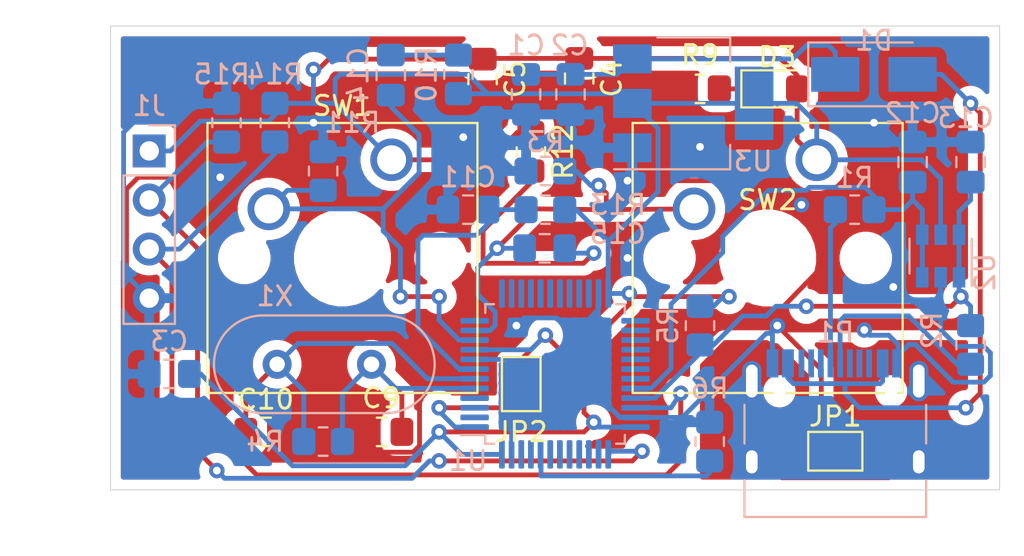
<source format=kicad_pcb>
(kicad_pcb (version 20171130) (host pcbnew 5.1.5+dfsg1-2build2)
  (layers (0 F.Cu signal) (31 B.Cu signal) (34 B.Paste user) (35 F.Paste user) (36 B.SilkS user) (37 F.SilkS user) (38 B.Mask user) (39 F.Mask user) (44 Edge.Cuts user))
  (net 0 "")
  (net 1 "Net-(D1-Pad2)")
  (net 2 +5V)
  (net 3 +3V3)
  (net 4 "Net-(D3-Pad1)")
  (net 5 GNDD)
  (net 6 /SWCLK)
  (net 7 /SWDIO)
  (net 8 "Net-(JP1-Pad2)")
  (net 9 "Net-(JP2-Pad1)")
  (net 10 "Net-(P1-PadB8)")
  (net 11 "Net-(P1-PadA5)")
  (net 12 "Net-(P1-PadA7)")
  (net 13 "Net-(P1-PadA8)")
  (net 14 "Net-(P1-PadB5)")
  (net 15 "Net-(P1-PadA6)")
  (net 16 /Button1)
  (net 17 "Net-(C15-Pad1)")
  (net 18 "Net-(U1-Pad46)")
  (net 19 "Net-(U1-Pad45)")
  (net 20 /BOOT0)
  (net 21 "Net-(U1-Pad43)")
  (net 22 "Net-(U1-Pad42)")
  (net 23 "Net-(U1-Pad41)")
  (net 24 "Net-(U1-Pad40)")
  (net 25 "Net-(U1-Pad39)")
  (net 26 "Net-(U1-Pad38)")
  (net 27 /USB_D+)
  (net 28 /USB_D-)
  (net 29 "Net-(U1-Pad31)")
  (net 30 "Net-(U1-Pad30)")
  (net 31 "Net-(U1-Pad29)")
  (net 32 "Net-(U1-Pad28)")
  (net 33 "Net-(U1-Pad27)")
  (net 34 "Net-(U1-Pad26)")
  (net 35 "Net-(U1-Pad25)")
  (net 36 "Net-(U1-Pad22)")
  (net 37 "Net-(U1-Pad21)")
  (net 38 "Net-(U1-Pad20)")
  (net 39 "Net-(R8-Pad2)")
  (net 40 "Net-(R7-Pad2)")
  (net 41 "Net-(U1-Pad17)")
  (net 42 "Net-(U1-Pad16)")
  (net 43 "Net-(U1-Pad15)")
  (net 44 "Net-(U1-Pad14)")
  (net 45 "Net-(U1-Pad13)")
  (net 46 "Net-(U1-Pad12)")
  (net 47 /RST)
  (net 48 "Net-(C10-Pad1)")
  (net 49 "Net-(C9-Pad1)")
  (net 50 "Net-(U1-Pad4)")
  (net 51 "Net-(U1-Pad3)")
  (net 52 "Net-(U1-Pad2)")
  (net 53 "Net-(C14-Pad1)")
  (net 54 "Net-(C15-Pad2)")
  (module Connector_USB:USB_C_Receptacle_HRO_TYPE-C-31-M-12 (layer B.Cu) (at 197.5 87.5 180)
    (fp_text reference P1 (at 0 5.645) (layer B.SilkS) (effects (justify mirror)))
    (fp_text value USB_C_Plug)
    (pad B1 smd rect (at 3.25 4.045 180) (size 0.6 1.45) (layers B.Cu B.Paste B.Mask) (net 5 GNDD))
    (pad A9 smd rect (at 2.45 4.045 180) (size 0.6 1.45) (layers B.Cu B.Paste B.Mask) (net 1 "Net-(D1-Pad2)"))
    (pad B9 smd rect (at -2.45 4.045 180) (size 0.6 1.45) (layers B.Cu B.Paste B.Mask) (net 1 "Net-(D1-Pad2)"))
    (pad B12 smd rect (at -3.25 4.045 180) (size 0.6 1.45) (layers B.Cu B.Paste B.Mask) (net 5 GNDD))
    (pad A1 smd rect (at -3.25 4.045 180) (size 0.6 1.45) (layers B.Cu B.Paste B.Mask) (net 5 GNDD))
    (pad A4 smd rect (at -2.45 4.045 180) (size 0.6 1.45) (layers B.Cu B.Paste B.Mask) (net 1 "Net-(D1-Pad2)"))
    (pad B4 smd rect (at 2.45 4.045 180) (size 0.6 1.45) (layers B.Cu B.Paste B.Mask) (net 1 "Net-(D1-Pad2)"))
    (pad A12 smd rect (at 3.25 4.045 180) (size 0.6 1.45) (layers B.Cu B.Paste B.Mask) (net 5 GNDD))
    (pad B8 smd rect (at -1.75 4.045 180) (size 0.3 1.45) (layers B.Cu B.Paste B.Mask) (net 10 "Net-(P1-PadB8)"))
    (pad A5 smd rect (at -1.25 4.045 180) (size 0.3 1.45) (layers B.Cu B.Paste B.Mask) (net 11 "Net-(P1-PadA5)"))
    (pad B7 smd rect (at -0.75 4.045 180) (size 0.3 1.45) (layers B.Cu B.Paste B.Mask))
    (pad A7 smd rect (at 0.25 4.045 180) (size 0.3 1.45) (layers B.Cu B.Paste B.Mask) (net 12 "Net-(P1-PadA7)"))
    (pad B6 smd rect (at 0.75 4.045 180) (size 0.3 1.45) (layers B.Cu B.Paste B.Mask))
    (pad A8 smd rect (at 1.25 4.045 180) (size 0.3 1.45) (layers B.Cu B.Paste B.Mask) (net 13 "Net-(P1-PadA8)"))
    (pad B5 smd rect (at 1.75 4.045 180) (size 0.3 1.45) (layers B.Cu B.Paste B.Mask) (net 14 "Net-(P1-PadB5)"))
    (pad A6 smd rect (at -0.25 4.045 180) (size 0.3 1.45) (layers B.Cu B.Paste B.Mask) (net 15 "Net-(P1-PadA6)"))
    (pad S1 thru_hole oval (at 4.32 3.13 180) (size 1 2.1) (drill oval 0.6 1.7) (layers *.Cu *.Mask) (net 8 "Net-(JP1-Pad2)"))
    (pad S1 thru_hole oval (at -4.32 3.13 180) (size 1 2.1) (drill oval 0.6 1.7) (layers *.Cu *.Mask) (net 8 "Net-(JP1-Pad2)"))
    (pad "" np_thru_hole circle (at -2.89 2.6 180) (size 0.65 0.65) (drill 0.65) (layers *.Cu *.Mask))
    (pad S1 thru_hole oval (at -4.32 -1.05 180) (size 1 1.6) (drill oval 0.6 1.2) (layers *.Cu *.Mask) (net 8 "Net-(JP1-Pad2)"))
    (pad "" np_thru_hole circle (at 2.89 2.6 180) (size 0.65 0.65) (drill 0.65) (layers *.Cu *.Mask))
    (pad S1 thru_hole oval (at 4.32 -1.05 180) (size 1 1.6) (drill oval 0.6 1.2) (layers *.Cu *.Mask) (net 8 "Net-(JP1-Pad2)"))
  )
  (module Capacitor_SMD:C_0805_2012Metric_Pad1.18x1.45mm_HandSolder (layer F.Cu) (at 168.0375 87)
    (fp_text reference C10 (at 0 -1.68) (layer F.SilkS))
    (fp_text value 20pF)
    (pad 2 smd roundrect (at 1.0375 0) (size 1.175 1.45) (layers F.Cu F.Paste F.Mask) (roundrect_rratio 0.212766) (net 5 GNDD))
    (pad 1 smd roundrect (at -1.0375 0) (size 1.175 1.45) (layers F.Cu F.Paste F.Mask) (roundrect_rratio 0.212766) (net 48 "Net-(C10-Pad1)"))
  )
  (module Resistor_SMD:R_0805_2012Metric_Pad1.20x1.40mm_HandSolder (layer B.Cu) (at 166 71 90)
    (fp_text reference R15 (at 2.5 -0.25 180) (layer B.SilkS) (effects (justify mirror)))
    (fp_text value 10k)
    (pad 2 smd roundrect (at 1 0 90) (size 1.2 1.4) (layers B.Cu B.Paste B.Mask) (roundrect_rratio 0.208333) (net 5 GNDD))
    (pad 1 smd roundrect (at -1 0 90) (size 1.2 1.4) (layers B.Cu B.Paste B.Mask) (roundrect_rratio 0.208333) (net 7 /SWDIO))
  )
  (module Resistor_SMD:R_0805_2012Metric_Pad1.20x1.40mm_HandSolder (layer B.Cu) (at 168.5 71 90)
    (fp_text reference R14 (at 2.5 0 180) (layer B.SilkS) (effects (justify mirror)))
    (fp_text value 10k)
    (pad 2 smd roundrect (at 1 0 90) (size 1.2 1.4) (layers B.Cu B.Paste B.Mask) (roundrect_rratio 0.208333) (net 3 +3V3))
    (pad 1 smd roundrect (at -1 0 90) (size 1.2 1.4) (layers B.Cu B.Paste B.Mask) (roundrect_rratio 0.208333) (net 6 /SWCLK))
  )
  (module Resistor_SMD:R_0805_2012Metric_Pad1.20x1.40mm_HandSolder (layer B.Cu) (at 182.5 73.5)
    (fp_text reference R13 (at 3.75 1.75) (layer B.SilkS) (effects (justify mirror)))
    (fp_text value 10k)
    (pad 2 smd roundrect (at 1 0) (size 1.2 1.4) (layers B.Cu B.Paste B.Mask) (roundrect_rratio 0.208333) (net 17 "Net-(C15-Pad1)"))
    (pad 1 smd roundrect (at -1 0) (size 1.2 1.4) (layers B.Cu B.Paste B.Mask) (roundrect_rratio 0.208333) (net 5 GNDD))
  )
  (module Resistor_SMD:R_0805_2012Metric_Pad1.20x1.40mm_HandSolder (layer F.Cu) (at 181.75 72.5 270)
    (fp_text reference R12 (at 0 -1.65 90) (layer F.SilkS))
    (fp_text value 100)
    (pad 2 smd roundrect (at 1 0 270) (size 1.2 1.4) (layers F.Cu F.Paste F.Mask) (roundrect_rratio 0.208333) (net 54 "Net-(C15-Pad2)"))
    (pad 1 smd roundrect (at -1 0 270) (size 1.2 1.4) (layers F.Cu F.Paste F.Mask) (roundrect_rratio 0.208333) (net 3 +3V3))
  )
  (module Resistor_SMD:R_0805_2012Metric_Pad1.20x1.40mm_HandSolder (layer B.Cu) (at 171 73.5 270)
    (fp_text reference R11 (at -2.5 -1.5 180) (layer B.SilkS) (effects (justify mirror)))
    (fp_text value 10k)
    (pad 2 smd roundrect (at 1 0 270) (size 1.2 1.4) (layers B.Cu B.Paste B.Mask) (roundrect_rratio 0.208333) (net 16 /Button1))
    (pad 1 smd roundrect (at -1 0 270) (size 1.2 1.4) (layers B.Cu B.Paste B.Mask) (roundrect_rratio 0.208333) (net 5 GNDD))
  )
  (module Resistor_SMD:R_0805_2012Metric_Pad1.20x1.40mm_HandSolder (layer B.Cu) (at 178 68.5 270)
    (fp_text reference R10 (at 0 1.65 90) (layer B.SilkS) (effects (justify mirror)))
    (fp_text value 100)
    (pad 2 smd roundrect (at 1 0 270) (size 1.2 1.4) (layers B.Cu B.Paste B.Mask) (roundrect_rratio 0.208333) (net 3 +3V3))
    (pad 1 smd roundrect (at -1 0 270) (size 1.2 1.4) (layers B.Cu B.Paste B.Mask) (roundrect_rratio 0.208333) (net 53 "Net-(C14-Pad1)"))
  )
  (module Resistor_SMD:R_0805_2012Metric_Pad1.20x1.40mm_HandSolder (layer F.Cu) (at 190.5 69.25 180)
    (fp_text reference R9 (at 0 1.75) (layer F.SilkS))
    (fp_text value 510)
    (pad 2 smd roundrect (at 1 0 180) (size 1.2 1.4) (layers F.Cu F.Paste F.Mask) (roundrect_rratio 0.208333) (net 5 GNDD))
    (pad 1 smd roundrect (at -1 0 180) (size 1.2 1.4) (layers F.Cu F.Paste F.Mask) (roundrect_rratio 0.208333) (net 4 "Net-(D3-Pad1)"))
  )
  (module Resistor_SMD:R_0805_2012Metric_Pad1.20x1.40mm_HandSolder (layer B.Cu) (at 191 87.5 90)
    (fp_text reference R6 (at 2.75 0 180) (layer B.SilkS) (effects (justify mirror)))
    (fp_text value 10k)
    (pad 2 smd roundrect (at 1 0 90) (size 1.2 1.4) (layers B.Cu B.Paste B.Mask) (roundrect_rratio 0.208333) (net 5 GNDD))
    (pad 1 smd roundrect (at -1 0 90) (size 1.2 1.4) (layers B.Cu B.Paste B.Mask) (roundrect_rratio 0.208333) (net 20 /BOOT0))
  )
  (module Resistor_SMD:R_0805_2012Metric_Pad1.20x1.40mm_HandSolder (layer B.Cu) (at 190.5 81.5 270)
    (fp_text reference R5 (at 0 1.65 90) (layer B.SilkS) (effects (justify mirror)))
    (fp_text value 1.5k)
    (pad 2 smd roundrect (at 1 0 270) (size 1.2 1.4) (layers B.Cu B.Paste B.Mask) (roundrect_rratio 0.208333) (net 27 /USB_D+))
    (pad 1 smd roundrect (at -1 0 270) (size 1.2 1.4) (layers B.Cu B.Paste B.Mask) (roundrect_rratio 0.208333) (net 3 +3V3))
  )
  (module Resistor_SMD:R_0805_2012Metric_Pad1.20x1.40mm_HandSolder (layer B.Cu) (at 171 87.5 180)
    (fp_text reference R4 (at 3 0) (layer B.SilkS) (effects (justify mirror)))
    (fp_text value 1M)
    (pad 2 smd roundrect (at 1 0 180) (size 1.2 1.4) (layers B.Cu B.Paste B.Mask) (roundrect_rratio 0.208333) (net 48 "Net-(C10-Pad1)"))
    (pad 1 smd roundrect (at -1 0 180) (size 1.2 1.4) (layers B.Cu B.Paste B.Mask) (roundrect_rratio 0.208333) (net 49 "Net-(C9-Pad1)"))
  )
  (module Resistor_SMD:R_0805_2012Metric_Pad1.20x1.40mm_HandSolder (layer B.Cu) (at 182.5 75.5 180)
    (fp_text reference R3 (at 0 3.5) (layer B.SilkS) (effects (justify mirror)))
    (fp_text value 10k)
    (pad 2 smd roundrect (at 1 0 180) (size 1.2 1.4) (layers B.Cu B.Paste B.Mask) (roundrect_rratio 0.208333) (net 47 /RST))
    (pad 1 smd roundrect (at -1 0 180) (size 1.2 1.4) (layers B.Cu B.Paste B.Mask) (roundrect_rratio 0.208333) (net 3 +3V3))
  )
  (module Resistor_SMD:R_0805_2012Metric_Pad1.20x1.40mm_HandSolder (layer B.Cu) (at 204.5 82.5 270)
    (fp_text reference R2 (at -0.75 2 90) (layer B.SilkS) (effects (justify mirror)))
    (fp_text value R)
    (pad 2 smd roundrect (at 1 0 270) (size 1.2 1.4) (layers B.Cu B.Paste B.Mask) (roundrect_rratio 0.208333) (net 15 "Net-(P1-PadA6)"))
    (pad 1 smd roundrect (at -1 0 270) (size 1.2 1.4) (layers B.Cu B.Paste B.Mask) (roundrect_rratio 0.208333) (net 27 /USB_D+))
  )
  (module Resistor_SMD:R_0805_2012Metric_Pad1.20x1.40mm_HandSolder (layer B.Cu) (at 198.5 75.5 180)
    (fp_text reference R1 (at 0 1.65) (layer B.SilkS) (effects (justify mirror)))
    (fp_text value 20R)
    (pad 2 smd roundrect (at 1 0 180) (size 1.2 1.4) (layers B.Cu B.Paste B.Mask) (roundrect_rratio 0.208333) (net 12 "Net-(P1-PadA7)"))
    (pad 1 smd roundrect (at -1 0 180) (size 1.2 1.4) (layers B.Cu B.Paste B.Mask) (roundrect_rratio 0.208333) (net 28 /USB_D-))
  )
  (module Capacitor_SMD:C_0805_2012Metric_Pad1.18x1.45mm_HandSolder (layer B.Cu) (at 182.4625 77.5)
    (fp_text reference C15 (at 3.7875 -0.75) (layer B.SilkS) (effects (justify mirror)))
    (fp_text value 0.1uF)
    (pad 2 smd roundrect (at 1.0375 0) (size 1.175 1.45) (layers B.Cu B.Paste B.Mask) (roundrect_rratio 0.212766) (net 54 "Net-(C15-Pad2)"))
    (pad 1 smd roundrect (at -1.0375 0) (size 1.175 1.45) (layers B.Cu B.Paste B.Mask) (roundrect_rratio 0.212766) (net 17 "Net-(C15-Pad1)"))
  )
  (module Capacitor_SMD:C_0805_2012Metric_Pad1.18x1.45mm_HandSolder (layer B.Cu) (at 174.5 68.5375 270)
    (fp_text reference C14 (at 0 1.68 90) (layer B.SilkS) (effects (justify mirror)))
    (fp_text value 0.1uF)
    (pad 2 smd roundrect (at 1.0375 0 270) (size 1.175 1.45) (layers B.Cu B.Paste B.Mask) (roundrect_rratio 0.212766) (net 16 /Button1))
    (pad 1 smd roundrect (at -1.0375 0 270) (size 1.175 1.45) (layers B.Cu B.Paste B.Mask) (roundrect_rratio 0.212766) (net 53 "Net-(C14-Pad1)"))
  )
  (module Capacitor_SMD:C_0805_2012Metric_Pad1.18x1.45mm_HandSolder (layer B.Cu) (at 204.5 73.0375 90)
    (fp_text reference C13 (at 2.2875 -0.25 180) (layer B.SilkS) (effects (justify mirror)))
    (fp_text value 47nF)
    (pad 2 smd roundrect (at 1.0375 0 90) (size 1.175 1.45) (layers B.Cu B.Paste B.Mask) (roundrect_rratio 0.212766) (net 5 GNDD))
    (pad 1 smd roundrect (at -1.0375 0 90) (size 1.175 1.45) (layers B.Cu B.Paste B.Mask) (roundrect_rratio 0.212766) (net 27 /USB_D+))
  )
  (module Capacitor_SMD:C_0805_2012Metric_Pad1.18x1.45mm_HandSolder (layer B.Cu) (at 201.5 73.0375 90)
    (fp_text reference C12 (at 2.5375 0 180) (layer B.SilkS) (effects (justify mirror)))
    (fp_text value 47nF)
    (pad 2 smd roundrect (at 1.0375 0 90) (size 1.175 1.45) (layers B.Cu B.Paste B.Mask) (roundrect_rratio 0.212766) (net 5 GNDD))
    (pad 1 smd roundrect (at -1.0375 0 90) (size 1.175 1.45) (layers B.Cu B.Paste B.Mask) (roundrect_rratio 0.212766) (net 28 /USB_D-))
  )
  (module Capacitor_SMD:C_0805_2012Metric_Pad1.18x1.45mm_HandSolder (layer B.Cu) (at 178.5 75.5 180)
    (fp_text reference C11 (at 0 1.68) (layer B.SilkS) (effects (justify mirror)))
    (fp_text value 100nF)
    (pad 2 smd roundrect (at 1.0375 0 180) (size 1.175 1.45) (layers B.Cu B.Paste B.Mask) (roundrect_rratio 0.212766) (net 5 GNDD))
    (pad 1 smd roundrect (at -1.0375 0 180) (size 1.175 1.45) (layers B.Cu B.Paste B.Mask) (roundrect_rratio 0.212766) (net 47 /RST))
  )
  (module Capacitor_SMD:C_0805_2012Metric_Pad1.18x1.45mm_HandSolder (layer F.Cu) (at 174.0375 87 180)
    (fp_text reference C9 (at 0.0375 1.75) (layer F.SilkS))
    (fp_text value 20pF)
    (pad 2 smd roundrect (at 1.0375 0 180) (size 1.175 1.45) (layers F.Cu F.Paste F.Mask) (roundrect_rratio 0.212766) (net 5 GNDD))
    (pad 1 smd roundrect (at -1.0375 0 180) (size 1.175 1.45) (layers F.Cu F.Paste F.Mask) (roundrect_rratio 0.212766) (net 49 "Net-(C9-Pad1)"))
  )
  (module Capacitor_SMD:C_0805_2012Metric_Pad1.18x1.45mm_HandSolder (layer F.Cu) (at 179.25 68.75 270)
    (fp_text reference C5 (at 0 -1.68 270) (layer F.SilkS))
    (fp_text value 100nF)
    (pad 2 smd roundrect (at 1.0375 0 270) (size 1.175 1.45) (layers F.Cu F.Paste F.Mask) (roundrect_rratio 0.212766) (net 5 GNDD))
    (pad 1 smd roundrect (at -1.0375 0 270) (size 1.175 1.45) (layers F.Cu F.Paste F.Mask) (roundrect_rratio 0.212766) (net 3 +3V3))
  )
  (module Capacitor_SMD:C_0805_2012Metric_Pad1.18x1.45mm_HandSolder (layer F.Cu) (at 184.25 68.7125 270)
    (fp_text reference C4 (at 0 -1.68 90) (layer F.SilkS))
    (fp_text value 0.1uF)
    (pad 2 smd roundrect (at 1.0375 0 270) (size 1.175 1.45) (layers F.Cu F.Paste F.Mask) (roundrect_rratio 0.212766) (net 5 GNDD))
    (pad 1 smd roundrect (at -1.0375 0 270) (size 1.175 1.45) (layers F.Cu F.Paste F.Mask) (roundrect_rratio 0.212766) (net 3 +3V3))
  )
  (module Capacitor_SMD:C_0805_2012Metric_Pad1.18x1.45mm_HandSolder (layer B.Cu) (at 163.0375 84 180)
    (fp_text reference C3 (at 0 1.68) (layer B.SilkS) (effects (justify mirror)))
    (fp_text value 1uF)
    (pad 2 smd roundrect (at 1.0375 0 180) (size 1.175 1.45) (layers B.Cu B.Paste B.Mask) (roundrect_rratio 0.212766) (net 5 GNDD))
    (pad 1 smd roundrect (at -1.0375 0 180) (size 1.175 1.45) (layers B.Cu B.Paste B.Mask) (roundrect_rratio 0.212766) (net 3 +3V3))
  )
  (module Capacitor_SMD:C_0805_2012Metric_Pad1.18x1.45mm_HandSolder (layer B.Cu) (at 183.8 69.5375 270)
    (fp_text reference C2 (at -2.5375 0.05 180) (layer B.SilkS) (effects (justify mirror)))
    (fp_text value 0.1uF)
    (pad 2 smd roundrect (at 1.0375 0 270) (size 1.175 1.45) (layers B.Cu B.Paste B.Mask) (roundrect_rratio 0.212766) (net 5 GNDD))
    (pad 1 smd roundrect (at -1.0375 0 270) (size 1.175 1.45) (layers B.Cu B.Paste B.Mask) (roundrect_rratio 0.212766) (net 2 +5V))
  )
  (module Capacitor_SMD:C_0805_2012Metric_Pad1.18x1.45mm_HandSolder (layer B.Cu) (at 181.5 69.5375 270)
    (fp_text reference C1 (at -2.5375 0) (layer B.SilkS) (effects (justify mirror)))
    (fp_text value 1uF)
    (pad 2 smd roundrect (at 1.0375 0 270) (size 1.175 1.45) (layers B.Cu B.Paste B.Mask) (roundrect_rratio 0.212766) (net 5 GNDD))
    (pad 1 smd roundrect (at -1.0375 0 270) (size 1.175 1.45) (layers B.Cu B.Paste B.Mask) (roundrect_rratio 0.212766) (net 2 +5V))
  )
  (module Crystal:Crystal_HC49-4H_Vertical (layer B.Cu) (at 173.5 83.5 180)
    (fp_text reference X1 (at 5 3.525) (layer B.SilkS) (effects (justify mirror)))
    (fp_text value 8MHz)
    (pad 2 thru_hole circle (at 4.88 0 180) (size 1.5 1.5) (drill 0.8) (layers *.Cu *.Mask) (net 48 "Net-(C10-Pad1)"))
    (pad 1 thru_hole circle (at 0 0 180) (size 1.5 1.5) (drill 0.8) (layers *.Cu *.Mask) (net 49 "Net-(C9-Pad1)"))
  )
  (module Package_TO_SOT_SMD:SOT-223-3_TabPin2 (layer B.Cu) (at 190.15 70)
    (fp_text reference U3 (at 3.1 3) (layer B.SilkS) (effects (justify mirror)))
    (fp_text value AMS1117-3.3)
    (pad 1 smd rect (at -3.15 2.3) (size 2 1.5) (layers B.Cu B.Paste B.Mask) (net 5 GNDD))
    (pad 3 smd rect (at -3.15 -2.3) (size 2 1.5) (layers B.Cu B.Paste B.Mask) (net 2 +5V))
    (pad 2 smd rect (at -3.15 0) (size 2 1.5) (layers B.Cu B.Paste B.Mask) (net 3 +3V3))
    (pad 2 smd rect (at 3.15 0) (size 2 3.8) (layers B.Cu B.Paste B.Mask) (net 3 +3V3))
  )
  (module Package_TO_SOT_SMD:SOT-23-6 (layer B.Cu) (at 202.95 77.9 90)
    (fp_text reference U2 (at -0.85 2.3 90) (layer B.SilkS) (effects (justify mirror)))
    (fp_text value USBLC6-2SC6)
    (pad 5 smd rect (at 1.1 0 90) (size 1.06 0.65) (layers B.Cu B.Paste B.Mask) (net 3 +3V3))
    (pad 6 smd rect (at 1.1 0.95 90) (size 1.06 0.65) (layers B.Cu B.Paste B.Mask) (net 27 /USB_D+))
    (pad 4 smd rect (at 1.1 -0.95 90) (size 1.06 0.65) (layers B.Cu B.Paste B.Mask) (net 28 /USB_D-))
    (pad 3 smd rect (at -1.1 -0.95 90) (size 1.06 0.65) (layers B.Cu B.Paste B.Mask) (net 28 /USB_D-))
    (pad 2 smd rect (at -1.1 0 90) (size 1.06 0.65) (layers B.Cu B.Paste B.Mask) (net 5 GNDD))
    (pad 1 smd rect (at -1.1 0.95 90) (size 1.06 0.65) (layers B.Cu B.Paste B.Mask) (net 27 /USB_D+))
  )
  (module Package_QFP:LQFP-48_7x7mm_P0.5mm (layer B.Cu) (at 183 84)
    (fp_text reference U1 (at -4.5 4.5) (layer B.SilkS) (effects (justify mirror)))
    (fp_text value STM32F103C6Tx)
    (pad 48 smd roundrect (at -2.75 4.1625) (size 0.3 1.475) (layers B.Cu B.Paste B.Mask) (net 3 +3V3))
    (pad 47 smd roundrect (at -2.25 4.1625) (size 0.3 1.475) (layers B.Cu B.Paste B.Mask) (net 5 GNDD))
    (pad 46 smd roundrect (at -1.75 4.1625) (size 0.3 1.475) (layers B.Cu B.Paste B.Mask) (net 18 "Net-(U1-Pad46)"))
    (pad 45 smd roundrect (at -1.25 4.1625) (size 0.3 1.475) (layers B.Cu B.Paste B.Mask) (net 19 "Net-(U1-Pad45)"))
    (pad 44 smd roundrect (at -0.75 4.1625) (size 0.3 1.475) (layers B.Cu B.Paste B.Mask) (net 20 /BOOT0))
    (pad 43 smd roundrect (at -0.25 4.1625) (size 0.3 1.475) (layers B.Cu B.Paste B.Mask) (net 21 "Net-(U1-Pad43)"))
    (pad 42 smd roundrect (at 0.25 4.1625) (size 0.3 1.475) (layers B.Cu B.Paste B.Mask) (net 22 "Net-(U1-Pad42)"))
    (pad 41 smd roundrect (at 0.75 4.1625) (size 0.3 1.475) (layers B.Cu B.Paste B.Mask) (net 23 "Net-(U1-Pad41)"))
    (pad 40 smd roundrect (at 1.25 4.1625) (size 0.3 1.475) (layers B.Cu B.Paste B.Mask) (net 24 "Net-(U1-Pad40)"))
    (pad 39 smd roundrect (at 1.75 4.1625) (size 0.3 1.475) (layers B.Cu B.Paste B.Mask) (net 25 "Net-(U1-Pad39)"))
    (pad 38 smd roundrect (at 2.25 4.1625) (size 0.3 1.475) (layers B.Cu B.Paste B.Mask) (net 26 "Net-(U1-Pad38)"))
    (pad 37 smd roundrect (at 2.75 4.1625) (size 0.3 1.475) (layers B.Cu B.Paste B.Mask) (net 6 /SWCLK))
    (pad 36 smd roundrect (at 4.1625 2.75) (size 1.475 0.3) (layers B.Cu B.Paste B.Mask) (net 3 +3V3))
    (pad 35 smd roundrect (at 4.1625 2.25) (size 1.475 0.3) (layers B.Cu B.Paste B.Mask) (net 5 GNDD))
    (pad 34 smd roundrect (at 4.1625 1.75) (size 1.475 0.3) (layers B.Cu B.Paste B.Mask) (net 7 /SWDIO))
    (pad 33 smd roundrect (at 4.1625 1.25) (size 1.475 0.3) (layers B.Cu B.Paste B.Mask) (net 27 /USB_D+))
    (pad 32 smd roundrect (at 4.1625 0.75) (size 1.475 0.3) (layers B.Cu B.Paste B.Mask) (net 28 /USB_D-))
    (pad 31 smd roundrect (at 4.1625 0.25) (size 1.475 0.3) (layers B.Cu B.Paste B.Mask) (net 29 "Net-(U1-Pad31)"))
    (pad 30 smd roundrect (at 4.1625 -0.25) (size 1.475 0.3) (layers B.Cu B.Paste B.Mask) (net 30 "Net-(U1-Pad30)"))
    (pad 29 smd roundrect (at 4.1625 -0.75) (size 1.475 0.3) (layers B.Cu B.Paste B.Mask) (net 31 "Net-(U1-Pad29)"))
    (pad 28 smd roundrect (at 4.1625 -1.25) (size 1.475 0.3) (layers B.Cu B.Paste B.Mask) (net 32 "Net-(U1-Pad28)"))
    (pad 27 smd roundrect (at 4.1625 -1.75) (size 1.475 0.3) (layers B.Cu B.Paste B.Mask) (net 33 "Net-(U1-Pad27)"))
    (pad 26 smd roundrect (at 4.1625 -2.25) (size 1.475 0.3) (layers B.Cu B.Paste B.Mask) (net 34 "Net-(U1-Pad26)"))
    (pad 25 smd roundrect (at 4.1625 -2.75) (size 1.475 0.3) (layers B.Cu B.Paste B.Mask) (net 35 "Net-(U1-Pad25)"))
    (pad 24 smd roundrect (at 2.75 -4.1625) (size 0.3 1.475) (layers B.Cu B.Paste B.Mask) (net 3 +3V3))
    (pad 23 smd roundrect (at 2.25 -4.1625) (size 0.3 1.475) (layers B.Cu B.Paste B.Mask) (net 5 GNDD))
    (pad 22 smd roundrect (at 1.75 -4.1625) (size 0.3 1.475) (layers B.Cu B.Paste B.Mask) (net 36 "Net-(U1-Pad22)"))
    (pad 21 smd roundrect (at 1.25 -4.1625) (size 0.3 1.475) (layers B.Cu B.Paste B.Mask) (net 37 "Net-(U1-Pad21)"))
    (pad 20 smd roundrect (at 0.75 -4.1625) (size 0.3 1.475) (layers B.Cu B.Paste B.Mask) (net 38 "Net-(U1-Pad20)"))
    (pad 19 smd roundrect (at 0.25 -4.1625) (size 0.3 1.475) (layers B.Cu B.Paste B.Mask) (net 39 "Net-(R8-Pad2)"))
    (pad 18 smd roundrect (at -0.25 -4.1625) (size 0.3 1.475) (layers B.Cu B.Paste B.Mask) (net 40 "Net-(R7-Pad2)"))
    (pad 17 smd roundrect (at -0.75 -4.1625) (size 0.3 1.475) (layers B.Cu B.Paste B.Mask) (net 41 "Net-(U1-Pad17)"))
    (pad 16 smd roundrect (at -1.25 -4.1625) (size 0.3 1.475) (layers B.Cu B.Paste B.Mask) (net 42 "Net-(U1-Pad16)"))
    (pad 15 smd roundrect (at -1.75 -4.1625) (size 0.3 1.475) (layers B.Cu B.Paste B.Mask) (net 43 "Net-(U1-Pad15)"))
    (pad 14 smd roundrect (at -2.25 -4.1625) (size 0.3 1.475) (layers B.Cu B.Paste B.Mask) (net 44 "Net-(U1-Pad14)"))
    (pad 13 smd roundrect (at -2.75 -4.1625) (size 0.3 1.475) (layers B.Cu B.Paste B.Mask) (net 45 "Net-(U1-Pad13)"))
    (pad 12 smd roundrect (at -4.1625 -2.75) (size 1.475 0.3) (layers B.Cu B.Paste B.Mask) (net 46 "Net-(U1-Pad12)"))
    (pad 11 smd roundrect (at -4.1625 -2.25) (size 1.475 0.3) (layers B.Cu B.Paste B.Mask) (net 17 "Net-(C15-Pad1)"))
    (pad 10 smd roundrect (at -4.1625 -1.75) (size 1.475 0.3) (layers B.Cu B.Paste B.Mask) (net 16 /Button1))
    (pad 9 smd roundrect (at -4.1625 -1.25) (size 1.475 0.3) (layers B.Cu B.Paste B.Mask) (net 3 +3V3))
    (pad 8 smd roundrect (at -4.1625 -0.75) (size 1.475 0.3) (layers B.Cu B.Paste B.Mask) (net 5 GNDD))
    (pad 7 smd roundrect (at -4.1625 -0.25) (size 1.475 0.3) (layers B.Cu B.Paste B.Mask) (net 47 /RST))
    (pad 6 smd roundrect (at -4.1625 0.25) (size 1.475 0.3) (layers B.Cu B.Paste B.Mask) (net 48 "Net-(C10-Pad1)"))
    (pad 5 smd roundrect (at -4.1625 0.75) (size 1.475 0.3) (layers B.Cu B.Paste B.Mask) (net 49 "Net-(C9-Pad1)"))
    (pad 4 smd roundrect (at -4.1625 1.25) (size 1.475 0.3) (layers B.Cu B.Paste B.Mask) (net 50 "Net-(U1-Pad4)"))
    (pad 3 smd roundrect (at -4.1625 1.75) (size 1.475 0.3) (layers B.Cu B.Paste B.Mask) (net 51 "Net-(U1-Pad3)"))
    (pad 2 smd roundrect (at -4.1625 2.25) (size 1.475 0.3) (layers B.Cu B.Paste B.Mask) (net 52 "Net-(U1-Pad2)"))
    (pad 1 smd roundrect (at -4.1625 2.75) (size 1.475 0.3) (layers B.Cu B.Paste B.Mask) (net 9 "Net-(JP2-Pad1)"))
  )
  (module Button_Switch_Keyboard:SW_Cherry_MX_1.00u_PCB (layer F.Cu) (at 196.54 72.92)
    (fp_text reference SW2 (at -2.54 2.08) (layer F.SilkS))
    (fp_text value SW_Push)
    (pad "" np_thru_hole circle (at 2.54 5.08) (size 1.7 1.7) (drill 1.7) (layers *.Cu *.Mask))
    (pad "" np_thru_hole circle (at -7.62 5.08) (size 1.7 1.7) (drill 1.7) (layers *.Cu *.Mask))
    (pad "" np_thru_hole circle (at -2.54 5.08) (size 4 4) (drill 4) (layers *.Cu *.Mask))
    (pad 2 thru_hole circle (at -6.35 2.54) (size 2.2 2.2) (drill 1.5) (layers *.Cu *.Mask) (net 17 "Net-(C15-Pad1)"))
    (pad 1 thru_hole circle (at 0 0) (size 2.2 2.2) (drill 1.5) (layers *.Cu *.Mask) (net 3 +3V3))
  )
  (module Button_Switch_Keyboard:SW_Cherry_MX_1.00u_PCB (layer F.Cu) (at 174.54 72.92)
    (fp_text reference SW1 (at -2.54 -2.794) (layer F.SilkS))
    (fp_text value SW_Push)
    (pad "" np_thru_hole circle (at 2.54 5.08) (size 1.7 1.7) (drill 1.7) (layers *.Cu *.Mask))
    (pad "" np_thru_hole circle (at -7.62 5.08) (size 1.7 1.7) (drill 1.7) (layers *.Cu *.Mask))
    (pad "" np_thru_hole circle (at -2.54 5.08) (size 4 4) (drill 4) (layers *.Cu *.Mask))
    (pad 2 thru_hole circle (at -6.35 2.54) (size 2.2 2.2) (drill 1.5) (layers *.Cu *.Mask) (net 16 /Button1))
    (pad 1 thru_hole circle (at 0 0) (size 2.2 2.2) (drill 1.5) (layers *.Cu *.Mask) (net 3 +3V3))
  )
  (module Jumper:SolderJumper-2_P1.3mm_Open_TrianglePad1.0x1.5mm (layer F.Cu) (at 181.25 84.525 90)
    (fp_text reference JP2 (at -2.475 0 180) (layer F.SilkS))
    (fp_text value Jumper)
    (pad 1 smd custom (at -0.725 0 90) (size 0.3 0.3) (layers F.Cu F.Mask) (net 9 "Net-(JP2-Pad1)") (options (clearance outline) (anchor rect)) (primitives (gr_poly (pts (xy -0.5 -0.75) (xy 0.5 -0.75) (xy 1 0) (xy 0.5 0.75) (xy -0.5 0.75)) (width 0))))
    (pad 2 smd custom (at 0.725 0 90) (size 0.3 0.3) (layers F.Cu F.Mask) (net 3 +3V3) (options (clearance outline) (anchor rect)) (primitives (gr_poly (pts (xy -0.65 -0.75) (xy 0.5 -0.75) (xy 0.5 0.75) (xy -0.65 0.75) (xy -0.15 0)) (width 0))))
  )
  (module Jumper:SolderJumper-2_P1.3mm_Open_TrianglePad1.0x1.5mm (layer F.Cu) (at 197.5 88)
    (fp_text reference JP1 (at 0 -1.8) (layer F.SilkS))
    (fp_text value Jumper)
    (pad 1 smd custom (at -0.725 0) (size 0.3 0.3) (layers F.Cu F.Mask) (net 5 GNDD) (options (clearance outline) (anchor rect)) (primitives (gr_poly (pts (xy -0.5 -0.75) (xy 0.5 -0.75) (xy 1 0) (xy 0.5 0.75) (xy -0.5 0.75)) (width 0))))
    (pad 2 smd custom (at 0.725 0) (size 0.3 0.3) (layers F.Cu F.Mask) (net 8 "Net-(JP1-Pad2)") (options (clearance outline) (anchor rect)) (primitives (gr_poly (pts (xy -0.65 -0.75) (xy 0.5 -0.75) (xy 0.5 0.75) (xy -0.65 0.75) (xy -0.15 0)) (width 0))))
  )
  (module Connector_PinHeader_2.54mm:PinHeader_1x04_P2.54mm_Vertical (layer B.Cu) (at 162 72.46 180)
    (fp_text reference J1 (at 0 2.33) (layer B.SilkS) (effects (justify mirror)))
    (fp_text value Conn_01x04_Female)
    (pad 4 thru_hole oval (at 0 -7.62 180) (size 1.7 1.7) (drill 1) (layers *.Cu *.Mask) (net 5 GNDD))
    (pad 3 thru_hole oval (at 0 -5.08 180) (size 1.7 1.7) (drill 1) (layers *.Cu *.Mask) (net 6 /SWCLK))
    (pad 2 thru_hole oval (at 0 -2.54 180) (size 1.7 1.7) (drill 1) (layers *.Cu *.Mask) (net 7 /SWDIO))
    (pad 1 thru_hole rect (at 0 0 180) (size 1.7 1.7) (drill 1) (layers *.Cu *.Mask) (net 3 +3V3))
  )
  (module Diode_SMD:D_0805_2012Metric_Pad1.15x1.40mm_HandSolder (layer F.Cu) (at 194.5 69.25)
    (fp_text reference D3 (at 0 -1.65) (layer F.SilkS))
    (fp_text value LED_ALT)
    (pad 2 smd roundrect (at 1.025 0) (size 1.15 1.4) (layers F.Cu F.Paste F.Mask) (roundrect_rratio 0.217391) (net 3 +3V3))
    (pad 1 smd roundrect (at -1.025 0) (size 1.15 1.4) (layers F.Cu F.Paste F.Mask) (roundrect_rratio 0.217391) (net 4 "Net-(D3-Pad1)"))
  )
  (module Diode_SMD:D_SMA (layer B.Cu) (at 199.5 68.5)
    (fp_text reference D1 (at 0 -1.75) (layer B.SilkS) (effects (justify mirror)))
    (fp_text value D_Schottky)
    (pad 2 smd rect (at 2 0) (size 2.5 1.8) (layers B.Cu B.Paste B.Mask) (net 1 "Net-(D1-Pad2)"))
    (pad 1 smd rect (at -2 0) (size 2.5 1.8) (layers B.Cu B.Paste B.Mask) (net 2 +5V))
  )
  (gr_line (start 206 66) (end 160 66) (layer Edge.Cuts) (width 0.05))
  (gr_line (start 160 90) (end 206 90) (layer Edge.Cuts) (width 0.05))
  (gr_line (start 206 90) (end 206 66) (layer Edge.Cuts) (width 0.05))
  (gr_line (start 160 66) (end 160 90) (layer Edge.Cuts) (width 0.05))
  (segment (start 195.05 84.215002) (end 195.05 83.455) (width 0.25) (layer B.Cu) (net 1))
  (segment (start 195.339999 84.505001) (end 195.05 84.215002) (width 0.25) (layer B.Cu) (net 1))
  (segment (start 199.95 84.377998) (end 199.822997 84.505001) (width 0.25) (layer B.Cu) (net 1))
  (segment (start 199.95 83.455) (end 199.95 84.377998) (width 0.25) (layer B.Cu) (net 1))
  (segment (start 203 68.5) (end 204 69.5) (width 0.25) (layer B.Cu) (net 1))
  (segment (start 201.5 68.5) (end 203 68.5) (width 0.25) (layer B.Cu) (net 1))
  (via (at 204.5 70) (size 0.8) (drill 0.4) (layers F.Cu B.Cu) (net 1))
  (segment (start 204 69.5) (end 204.5 70) (width 0.25) (layer B.Cu) (net 1))
  (segment (start 204.5 70) (end 205 70.5) (width 0.25) (layer F.Cu) (net 1))
  (segment (start 205 70.5) (end 205 85) (width 0.25) (layer F.Cu) (net 1))
  (segment (start 205 85) (end 204.25499 85.74501) (width 0.25) (layer F.Cu) (net 1))
  (via (at 204.25 85.75) (size 0.8) (drill 0.4) (layers F.Cu B.Cu) (net 1))
  (segment (start 198 84.5) (end 195.339999 84.505001) (width 0.25) (layer B.Cu) (net 1))
  (segment (start 199.822997 84.505001) (end 198 84.5) (width 0.25) (layer B.Cu) (net 1))
  (segment (start 198 85) (end 198 84.5) (width 0.25) (layer B.Cu) (net 1))
  (segment (start 198.75 85.75) (end 198 85) (width 0.25) (layer B.Cu) (net 1))
  (segment (start 204.25 85.75) (end 198.75 85.75) (width 0.25) (layer B.Cu) (net 1))
  (segment (start 197.5 67.35) (end 197.15 67) (width 0.25) (layer B.Cu) (net 2))
  (segment (start 197.5 68.5) (end 197.5 67.35) (width 0.25) (layer B.Cu) (net 2))
  (segment (start 197.15 67) (end 196 67) (width 0.25) (layer B.Cu) (net 2))
  (segment (start 195.3 67.7) (end 187 67.7) (width 0.25) (layer B.Cu) (net 2))
  (segment (start 196 67) (end 195.3 67.7) (width 0.25) (layer B.Cu) (net 2))
  (segment (start 181.5 68.5) (end 183.8 68.5) (width 0.25) (layer B.Cu) (net 2))
  (segment (start 186.2 68.5) (end 187 67.7) (width 0.25) (layer B.Cu) (net 2))
  (segment (start 183.8 68.5) (end 186.2 68.5) (width 0.25) (layer B.Cu) (net 2))
  (segment (start 178.8375 82.75) (end 181.75 82.75) (width 0.25) (layer B.Cu) (net 3))
  (via (at 182.5 82) (size 0.8) (drill 0.4) (layers F.Cu B.Cu) (net 3))
  (segment (start 181.75 82.75) (end 182.5 82) (width 0.25) (layer B.Cu) (net 3))
  (segment (start 182.5 82) (end 184.5 84) (width 0.25) (layer F.Cu) (net 3))
  (via (at 185 86.5) (size 0.8) (drill 0.4) (layers F.Cu B.Cu) (net 3))
  (segment (start 184.5 86) (end 185 86.5) (width 0.25) (layer F.Cu) (net 3))
  (segment (start 184.5 84) (end 184.5 86) (width 0.25) (layer F.Cu) (net 3))
  (segment (start 185.25 86.75) (end 187.1625 86.75) (width 0.25) (layer B.Cu) (net 3))
  (segment (start 185 86.5) (end 185.25 86.75) (width 0.25) (layer B.Cu) (net 3))
  (segment (start 185.75 79.8375) (end 186.8375 79.8375) (width 0.25) (layer B.Cu) (net 3))
  (via (at 186.8375 79.8375) (size 0.8) (drill 0.4) (layers F.Cu B.Cu) (net 3))
  (segment (start 184.5 82.740685) (end 184.5 84) (width 0.25) (layer F.Cu) (net 3))
  (segment (start 186.8375 80.403185) (end 184.5 82.740685) (width 0.25) (layer F.Cu) (net 3))
  (segment (start 186.8375 79.8375) (end 186.8375 80.403185) (width 0.25) (layer F.Cu) (net 3))
  (via (at 177 87) (size 0.8) (drill 0.4) (layers F.Cu B.Cu) (net 3))
  (segment (start 178.1625 88.1625) (end 177 87) (width 0.25) (layer B.Cu) (net 3))
  (segment (start 180.25 88.1625) (end 178.1625 88.1625) (width 0.25) (layer B.Cu) (net 3))
  (segment (start 198.095634 72.92) (end 196.54 72.92) (width 0.25) (layer B.Cu) (net 3))
  (segment (start 201.97069 72.92) (end 198.095634 72.92) (width 0.25) (layer B.Cu) (net 3))
  (segment (start 202.95 73.89931) (end 201.97069 72.92) (width 0.25) (layer B.Cu) (net 3))
  (segment (start 202.95 76.8) (end 202.95 73.89931) (width 0.25) (layer B.Cu) (net 3))
  (segment (start 196.54 72.92) (end 196.54 71.04) (width 0.25) (layer B.Cu) (net 3))
  (segment (start 195.5 70) (end 193.3 70) (width 0.25) (layer B.Cu) (net 3))
  (segment (start 196.54 71.04) (end 195.5 70) (width 0.25) (layer B.Cu) (net 3))
  (segment (start 185.75 79.1) (end 185.75 79.8375) (width 0.25) (layer B.Cu) (net 3))
  (segment (start 185.75 77.15) (end 185.75 79.1) (width 0.25) (layer B.Cu) (net 3))
  (segment (start 184.1 75.5) (end 185.75 77.15) (width 0.25) (layer B.Cu) (net 3))
  (segment (start 183.5 75.5) (end 184.1 75.5) (width 0.25) (layer B.Cu) (net 3))
  (segment (start 188.325001 71.289999) (end 188.325001 74.574999) (width 0.25) (layer B.Cu) (net 3))
  (segment (start 187.035002 70) (end 188.325001 71.289999) (width 0.25) (layer B.Cu) (net 3))
  (segment (start 188.325001 74.574999) (end 185.75 77.15) (width 0.25) (layer B.Cu) (net 3))
  (segment (start 187 70) (end 187.035002 70) (width 0.25) (layer B.Cu) (net 3))
  (segment (start 193.3 70) (end 187 70) (width 0.25) (layer B.Cu) (net 3))
  (segment (start 171.62 70) (end 174.54 72.92) (width 0.25) (layer B.Cu) (net 3))
  (segment (start 168.17499 70.92501) (end 168.5 70.6) (width 0.25) (layer B.Cu) (net 3))
  (segment (start 164.63499 70.92501) (end 168.17499 70.92501) (width 0.25) (layer B.Cu) (net 3))
  (segment (start 168.5 70.6) (end 168.5 70) (width 0.25) (layer B.Cu) (net 3))
  (segment (start 163.1 72.46) (end 164.63499 70.92501) (width 0.25) (layer B.Cu) (net 3))
  (segment (start 162 72.46) (end 163.1 72.46) (width 0.25) (layer B.Cu) (net 3))
  (segment (start 186.5 69.5) (end 187 70) (width 0.25) (layer B.Cu) (net 3))
  (segment (start 178.5 68.5) (end 179.5 69.5) (width 0.25) (layer B.Cu) (net 3))
  (segment (start 171.62 68.75431) (end 171.87431 68.5) (width 0.25) (layer B.Cu) (net 3))
  (segment (start 171.62 70) (end 171.62 68.75431) (width 0.25) (layer B.Cu) (net 3))
  (segment (start 171.87431 68.5) (end 178.5 68.5) (width 0.25) (layer B.Cu) (net 3))
  (segment (start 179.5 69.5) (end 186.5 69.5) (width 0.25) (layer B.Cu) (net 3))
  (segment (start 178 69.5) (end 179.5 69.5) (width 0.25) (layer B.Cu) (net 3))
  (segment (start 179.63 72.92) (end 176.095634 72.92) (width 0.25) (layer F.Cu) (net 3))
  (segment (start 181.05 71.5) (end 179.63 72.92) (width 0.25) (layer F.Cu) (net 3))
  (segment (start 176.095634 72.92) (end 174.54 72.92) (width 0.25) (layer F.Cu) (net 3))
  (segment (start 181.75 71.5) (end 181.05 71.5) (width 0.25) (layer F.Cu) (net 3))
  (segment (start 184.5 87) (end 185 86.5) (width 0.25) (layer F.Cu) (net 3))
  (segment (start 177 87) (end 184.5 87) (width 0.25) (layer F.Cu) (net 3))
  (segment (start 181.25 83.25) (end 182.5 82) (width 0.25) (layer F.Cu) (net 3))
  (segment (start 181.25 83.8) (end 181.25 83.25) (width 0.25) (layer F.Cu) (net 3))
  (segment (start 175.25 88.75) (end 177 87) (width 0.25) (layer B.Cu) (net 3))
  (segment (start 169.4125 88.75) (end 175.25 88.75) (width 0.25) (layer B.Cu) (net 3))
  (segment (start 164.6625 84) (end 169.4125 88.75) (width 0.25) (layer B.Cu) (net 3))
  (segment (start 164.075 84) (end 164.6625 84) (width 0.25) (layer B.Cu) (net 3))
  (segment (start 191.2 80.5) (end 191.7 80) (width 0.25) (layer B.Cu) (net 3))
  (segment (start 190.5 80.5) (end 191.2 80.5) (width 0.25) (layer B.Cu) (net 3))
  (via (at 192 80) (size 0.8) (drill 0.4) (layers F.Cu B.Cu) (net 3))
  (segment (start 191.7 80) (end 192 80) (width 0.25) (layer B.Cu) (net 3))
  (segment (start 187 80) (end 186.8375 79.8375) (width 0.25) (layer F.Cu) (net 3))
  (segment (start 192 80) (end 187 80) (width 0.25) (layer F.Cu) (net 3))
  (segment (start 195.525 71.905) (end 196.54 72.92) (width 0.25) (layer F.Cu) (net 3))
  (segment (start 195.525 69.25) (end 195.525 71.905) (width 0.25) (layer F.Cu) (net 3))
  (segment (start 195.525 68.55) (end 195.525 69.25) (width 0.25) (layer F.Cu) (net 3))
  (segment (start 194.65 67.675) (end 195.525 68.55) (width 0.25) (layer F.Cu) (net 3))
  (segment (start 184.25 67.675) (end 194.65 67.675) (width 0.25) (layer F.Cu) (net 3))
  (segment (start 179.2875 67.675) (end 179.25 67.7125) (width 0.25) (layer F.Cu) (net 3))
  (segment (start 184.25 67.675) (end 179.2875 67.675) (width 0.25) (layer F.Cu) (net 3))
  (segment (start 179.25 67.7125) (end 171.2875 67.7125) (width 0.25) (layer F.Cu) (net 3))
  (via (at 170.5 68.25) (size 0.8) (drill 0.4) (layers F.Cu B.Cu) (net 3))
  (segment (start 170.75 68.25) (end 170.5 68.25) (width 0.25) (layer F.Cu) (net 3))
  (segment (start 171.2875 67.7125) (end 170.75 68.25) (width 0.25) (layer F.Cu) (net 3))
  (segment (start 170.5 70) (end 171.62 70) (width 0.25) (layer B.Cu) (net 3))
  (segment (start 170.5 68.25) (end 170.5 70) (width 0.25) (layer B.Cu) (net 3))
  (segment (start 168.5 70) (end 170.5 70) (width 0.25) (layer B.Cu) (net 3))
  (segment (start 193.475 69.25) (end 191.5 69.25) (width 0.25) (layer F.Cu) (net 4))
  (segment (start 201.3 82.48) (end 200.75 83.03) (width 0.25) (layer B.Cu) (net 5))
  (segment (start 201.64674 82.48) (end 201.3 82.48) (width 0.25) (layer B.Cu) (net 5))
  (segment (start 200.75 83.03) (end 200.75 83.455) (width 0.25) (layer B.Cu) (net 5))
  (segment (start 205.18818 84.42501) (end 203.59175 84.42501) (width 0.25) (layer B.Cu) (net 5))
  (segment (start 203.59175 84.42501) (end 201.64674 82.48) (width 0.25) (layer B.Cu) (net 5))
  (segment (start 205.52501 84.08818) (end 205.18818 84.42501) (width 0.25) (layer B.Cu) (net 5))
  (segment (start 205.52501 82.91182) (end 205.52501 84.08818) (width 0.25) (layer B.Cu) (net 5))
  (segment (start 205.18818 82.57499) (end 205.52501 82.91182) (width 0.25) (layer B.Cu) (net 5))
  (segment (start 202.95 81.71317) (end 203.81182 82.57499) (width 0.25) (layer B.Cu) (net 5))
  (segment (start 203.81182 82.57499) (end 205.18818 82.57499) (width 0.25) (layer B.Cu) (net 5))
  (segment (start 202.95 79) (end 202.95 81.71317) (width 0.25) (layer B.Cu) (net 5))
  (segment (start 200.75 82.48) (end 200.27 82) (width 0.25) (layer B.Cu) (net 5))
  (segment (start 200.75 83.455) (end 200.75 82.48) (width 0.25) (layer B.Cu) (net 5))
  (via (at 199 81.725) (size 0.8) (drill 0.4) (layers F.Cu B.Cu) (net 5))
  (segment (start 199.275 82) (end 199 81.725) (width 0.25) (layer B.Cu) (net 5))
  (segment (start 200.27 82) (end 199.275 82) (width 0.25) (layer B.Cu) (net 5))
  (segment (start 199 81.725) (end 194.775 81.725) (width 0.25) (layer F.Cu) (net 5))
  (via (at 194.5 81.5) (size 0.8) (drill 0.4) (layers F.Cu B.Cu) (net 5))
  (segment (start 194.55 81.5) (end 194.5 81.5) (width 0.25) (layer F.Cu) (net 5))
  (segment (start 194.775 81.725) (end 194.55 81.5) (width 0.25) (layer F.Cu) (net 5))
  (segment (start 194.25 81.75) (end 194.25 83.455) (width 0.25) (layer B.Cu) (net 5))
  (segment (start 194.5 81.5) (end 194.25 81.75) (width 0.25) (layer B.Cu) (net 5))
  (segment (start 196.775 83.775) (end 194.5 81.5) (width 0.25) (layer F.Cu) (net 5))
  (segment (start 196.775 88) (end 196.775 83.775) (width 0.25) (layer F.Cu) (net 5))
  (segment (start 178.8375 83.25) (end 180.75 83.25) (width 0.25) (layer B.Cu) (net 5))
  (segment (start 180.75 83.25) (end 180.75 88.1625) (width 0.25) (layer B.Cu) (net 5))
  (segment (start 185.25 80.575) (end 185.25 79.8375) (width 0.25) (layer B.Cu) (net 5))
  (segment (start 185.25 80.640702) (end 185.25 80.575) (width 0.25) (layer B.Cu) (net 5))
  (segment (start 180.75 83.25) (end 182.640702 83.25) (width 0.25) (layer B.Cu) (net 5))
  (segment (start 185.22501 85.115712) (end 185.22501 80.5) (width 0.25) (layer B.Cu) (net 5))
  (segment (start 186.359298 86.25) (end 185.22501 85.115712) (width 0.25) (layer B.Cu) (net 5))
  (segment (start 187.1625 86.25) (end 186.359298 86.25) (width 0.25) (layer B.Cu) (net 5))
  (segment (start 194.100001 81.899999) (end 194.5 81.5) (width 0.25) (layer B.Cu) (net 5))
  (segment (start 193.933261 81.899999) (end 194.100001 81.899999) (width 0.25) (layer B.Cu) (net 5))
  (segment (start 189.58326 86.25) (end 193.933261 81.899999) (width 0.25) (layer B.Cu) (net 5))
  (segment (start 187.1625 86.25) (end 189.58326 86.25) (width 0.25) (layer B.Cu) (net 5))
  (segment (start 172.4125 87) (end 169.075 87) (width 0.25) (layer F.Cu) (net 5))
  (segment (start 173 87) (end 172.4125 87) (width 0.25) (layer F.Cu) (net 5))
  (via (at 181 81.5) (size 0.8) (drill 0.4) (layers F.Cu B.Cu) (net 5))
  (segment (start 181.399999 81.100001) (end 183.100001 81.100001) (width 0.25) (layer B.Cu) (net 5))
  (segment (start 181 81.5) (end 181.399999 81.100001) (width 0.25) (layer B.Cu) (net 5))
  (segment (start 183.100001 81.100001) (end 184 82) (width 0.25) (layer B.Cu) (net 5))
  (segment (start 184 82) (end 185.25 80.640702) (width 0.25) (layer B.Cu) (net 5))
  (segment (start 182.640702 83.25) (end 184 82) (width 0.25) (layer B.Cu) (net 5))
  (segment (start 190.05 86.25) (end 189.58326 86.25) (width 0.25) (layer B.Cu) (net 5))
  (segment (start 190.3 86.5) (end 190.05 86.25) (width 0.25) (layer B.Cu) (net 5))
  (segment (start 191 86.5) (end 190.3 86.5) (width 0.25) (layer B.Cu) (net 5))
  (segment (start 201.5 72) (end 204.5 72) (width 0.25) (layer B.Cu) (net 5))
  (segment (start 177.4625 74.775) (end 177.4625 75.5) (width 0.25) (layer B.Cu) (net 5))
  (segment (start 162.174998 70) (end 160.674998 71.5) (width 0.25) (layer B.Cu) (net 5))
  (segment (start 166 70) (end 162.174998 70) (width 0.25) (layer B.Cu) (net 5))
  (segment (start 160.674998 78.754998) (end 162 80.08) (width 0.25) (layer B.Cu) (net 5))
  (segment (start 160.674998 71.5) (end 160.674998 78.754998) (width 0.25) (layer B.Cu) (net 5))
  (segment (start 171 72.5) (end 171 71.5) (width 0.25) (layer B.Cu) (net 5))
  (via (at 170.5 71) (size 0.8) (drill 0.4) (layers F.Cu B.Cu) (net 5))
  (segment (start 171 71.5) (end 170.5 71) (width 0.25) (layer B.Cu) (net 5))
  (segment (start 160.824999 78.904999) (end 161.150001 79.230001) (width 0.25) (layer F.Cu) (net 5))
  (segment (start 161.150001 79.230001) (end 162 80.08) (width 0.25) (layer F.Cu) (net 5))
  (segment (start 160.824999 74.435999) (end 160.824999 78.904999) (width 0.25) (layer F.Cu) (net 5))
  (segment (start 161.435999 73.824999) (end 160.824999 74.435999) (width 0.25) (layer F.Cu) (net 5))
  (segment (start 167.675001 73.824999) (end 165.675001 73.824999) (width 0.25) (layer F.Cu) (net 5))
  (segment (start 170.5 71) (end 167.675001 73.824999) (width 0.25) (layer F.Cu) (net 5))
  (segment (start 181.5 70.575) (end 183.8 70.575) (width 0.25) (layer B.Cu) (net 5))
  (segment (start 184 71.3625) (end 184 72.25) (width 0.25) (layer B.Cu) (net 5))
  (segment (start 183.8 71.1625) (end 184 71.3625) (width 0.25) (layer B.Cu) (net 5))
  (segment (start 183.8 70.575) (end 183.8 71.1625) (width 0.25) (layer B.Cu) (net 5))
  (segment (start 184 72.25) (end 179.9375 72.3) (width 0.25) (layer B.Cu) (net 5))
  (segment (start 187 72.3) (end 184 72.25) (width 0.25) (layer B.Cu) (net 5))
  (segment (start 170.5 71) (end 177.5 71) (width 0.25) (layer F.Cu) (net 5))
  (segment (start 177.5 71) (end 178.25 71.75) (width 0.25) (layer F.Cu) (net 5))
  (via (at 178.25 71.75) (size 0.8) (drill 0.4) (layers F.Cu B.Cu) (net 5))
  (segment (start 179 71.75) (end 179.75 72.5) (width 0.25) (layer B.Cu) (net 5))
  (segment (start 178.25 71.75) (end 179 71.75) (width 0.25) (layer B.Cu) (net 5))
  (segment (start 179.75 72.5) (end 177.4625 74.775) (width 0.25) (layer B.Cu) (net 5))
  (segment (start 179.9375 72.3) (end 179.75 72.5) (width 0.25) (layer B.Cu) (net 5))
  (segment (start 179.9 72.5) (end 179.75 72.5) (width 0.25) (layer B.Cu) (net 5))
  (segment (start 180.9 73.5) (end 179.9 72.5) (width 0.25) (layer B.Cu) (net 5))
  (segment (start 181.5 73.5) (end 180.9 73.5) (width 0.25) (layer B.Cu) (net 5))
  (segment (start 200.775 72) (end 199.775 71) (width 0.25) (layer B.Cu) (net 5))
  (segment (start 201.5 72) (end 200.775 72) (width 0.25) (layer B.Cu) (net 5))
  (via (at 199.5 71) (size 0.8) (drill 0.4) (layers F.Cu B.Cu) (net 5))
  (segment (start 199.775 71) (end 199.5 71) (width 0.25) (layer B.Cu) (net 5))
  (segment (start 194.5 80.934315) (end 194.5 81.5) (width 0.25) (layer F.Cu) (net 5))
  (segment (start 194.5 80.840998) (end 194.5 80.934315) (width 0.25) (layer F.Cu) (net 5))
  (segment (start 178.5 81.5) (end 181 81.5) (width 0.25) (layer F.Cu) (net 5))
  (segment (start 175.98751 84.01249) (end 178.5 81.5) (width 0.25) (layer F.Cu) (net 5))
  (segment (start 175.98751 87.71318) (end 175.98751 84.01249) (width 0.25) (layer F.Cu) (net 5))
  (segment (start 175.65068 88.05001) (end 175.98751 87.71318) (width 0.25) (layer F.Cu) (net 5))
  (segment (start 173.32501 88.05001) (end 175.65068 88.05001) (width 0.25) (layer F.Cu) (net 5))
  (segment (start 173 87.725) (end 173.32501 88.05001) (width 0.25) (layer F.Cu) (net 5))
  (segment (start 173 87) (end 173 87.725) (width 0.25) (layer F.Cu) (net 5))
  (segment (start 162 83.275) (end 162 80.08) (width 0.25) (layer B.Cu) (net 5))
  (segment (start 162 84) (end 162 83.275) (width 0.25) (layer B.Cu) (net 5))
  (segment (start 187 73.3) (end 186.75 73.55) (width 0.25) (layer B.Cu) (net 5))
  (segment (start 187 72.3) (end 187 73.3) (width 0.25) (layer B.Cu) (net 5))
  (via (at 186.75 74) (size 0.8) (drill 0.4) (layers F.Cu B.Cu) (net 5))
  (segment (start 186.75 73.55) (end 186.75 74) (width 0.25) (layer B.Cu) (net 5))
  (segment (start 193.75 74) (end 197.5 77.75) (width 0.25) (layer F.Cu) (net 5))
  (segment (start 186.75 74) (end 193.75 74) (width 0.25) (layer F.Cu) (net 5))
  (segment (start 197.5 77.75) (end 194.5 80.840998) (width 0.25) (layer F.Cu) (net 5))
  (segment (start 189.5 71.25) (end 186.75 74) (width 0.25) (layer F.Cu) (net 5))
  (segment (start 189.5 69.25) (end 189.5 71.25) (width 0.25) (layer F.Cu) (net 5))
  (segment (start 184.25 71.5) (end 186.75 74) (width 0.25) (layer F.Cu) (net 5))
  (segment (start 184.25 69.75) (end 184.25 71.5) (width 0.25) (layer F.Cu) (net 5))
  (segment (start 179.25 70.75) (end 178.25 71.75) (width 0.25) (layer F.Cu) (net 5))
  (segment (start 179.25 69.7875) (end 179.25 70.75) (width 0.25) (layer F.Cu) (net 5))
  (segment (start 165.675001 73.824999) (end 161.435999 73.824999) (width 0.25) (layer F.Cu) (net 5))
  (via (at 165.675001 73.824999) (size 0.8) (drill 0.4) (layers F.Cu B.Cu) (net 5))
  (via (at 190.5 72.25) (size 0.8) (drill 0.4) (layers F.Cu B.Cu) (net 5))
  (via (at 195.75 75.25) (size 0.8) (drill 0.4) (layers F.Cu B.Cu) (net 5))
  (segment (start 197.5 77.25) (end 197.5 77.75) (width 0.25) (layer F.Cu) (net 5))
  (segment (start 199.5 75.25) (end 197.5 77.25) (width 0.25) (layer F.Cu) (net 5))
  (segment (start 199.5 71) (end 199.5 75.25) (width 0.25) (layer F.Cu) (net 5))
  (via (at 200.5 79.5) (size 0.8) (drill 0.4) (layers F.Cu B.Cu) (net 5))
  (via (at 186.75 78) (size 0.8) (drill 0.4) (layers F.Cu B.Cu) (net 5))
  (segment (start 163.175001 78.715001) (end 163.175001 86.675001) (width 0.25) (layer F.Cu) (net 6))
  (segment (start 162 77.54) (end 163.175001 78.715001) (width 0.25) (layer F.Cu) (net 6))
  (via (at 165.5 89) (size 0.8) (drill 0.4) (layers F.Cu B.Cu) (net 6))
  (segment (start 163.175001 86.675001) (end 165.5 89) (width 0.25) (layer F.Cu) (net 6))
  (segment (start 165.899999 89.399999) (end 175.600001 89.399999) (width 0.25) (layer B.Cu) (net 6))
  (segment (start 165.5 89) (end 165.899999 89.399999) (width 0.25) (layer B.Cu) (net 6))
  (via (at 177 88.5) (size 0.8) (drill 0.4) (layers F.Cu B.Cu) (net 6))
  (segment (start 176.5 88.5) (end 177 88.5) (width 0.25) (layer B.Cu) (net 6))
  (segment (start 175.600001 89.399999) (end 176.5 88.5) (width 0.25) (layer B.Cu) (net 6))
  (segment (start 177 88.5) (end 187 88.5) (width 0.25) (layer F.Cu) (net 6))
  (via (at 187.5 88) (size 0.8) (drill 0.4) (layers F.Cu B.Cu) (net 6))
  (segment (start 187 88.5) (end 187.5 88) (width 0.25) (layer F.Cu) (net 6))
  (segment (start 185.9125 88) (end 185.75 88.1625) (width 0.25) (layer B.Cu) (net 6))
  (segment (start 187.5 88) (end 185.9125 88) (width 0.25) (layer B.Cu) (net 6))
  (segment (start 163.202081 77.54) (end 162 77.54) (width 0.25) (layer B.Cu) (net 6))
  (segment (start 163.56 77.54) (end 163.202081 77.54) (width 0.25) (layer B.Cu) (net 6))
  (segment (start 168.5 72.6) (end 163.56 77.54) (width 0.25) (layer B.Cu) (net 6))
  (segment (start 168.5 72) (end 168.5 72.6) (width 0.25) (layer B.Cu) (net 6))
  (segment (start 164.5 86.16319) (end 164.5 77.5) (width 0.25) (layer F.Cu) (net 7))
  (segment (start 164.5 77.5) (end 162 75) (width 0.25) (layer F.Cu) (net 7))
  (segment (start 167.561811 89.225001) (end 164.5 86.16319) (width 0.25) (layer F.Cu) (net 7))
  (segment (start 188.774999 89.225001) (end 167.561811 89.225001) (width 0.25) (layer F.Cu) (net 7))
  (segment (start 189.5 85) (end 189.5 88.5) (width 0.25) (layer F.Cu) (net 7))
  (segment (start 189.5 88.5) (end 188.774999 89.225001) (width 0.25) (layer F.Cu) (net 7))
  (via (at 189.5 85) (size 0.8) (drill 0.4) (layers F.Cu B.Cu) (net 7))
  (segment (start 189 85.75) (end 187.1625 85.75) (width 0.25) (layer B.Cu) (net 7))
  (segment (start 189.5 85) (end 189 85.75) (width 0.25) (layer B.Cu) (net 7))
  (segment (start 165 72) (end 162 75) (width 0.25) (layer B.Cu) (net 7))
  (segment (start 166 72) (end 165 72) (width 0.25) (layer B.Cu) (net 7))
  (segment (start 201.27 88) (end 201.82 88.55) (width 0.25) (layer F.Cu) (net 8))
  (segment (start 198.225 88) (end 201.27 88) (width 0.25) (layer F.Cu) (net 8))
  (segment (start 193.93 88.55) (end 194.75 89.37) (width 0.25) (layer F.Cu) (net 8))
  (segment (start 193.18 88.55) (end 193.93 88.55) (width 0.25) (layer F.Cu) (net 8))
  (segment (start 201.07 88.55) (end 201.82 88.55) (width 0.25) (layer F.Cu) (net 8))
  (segment (start 200.25 89.37) (end 201.07 88.55) (width 0.25) (layer F.Cu) (net 8))
  (segment (start 194.75 89.37) (end 200.25 89.37) (width 0.25) (layer F.Cu) (net 8))
  (segment (start 193.18 84.37) (end 193.18 88.55) (width 0.25) (layer F.Cu) (net 8))
  (segment (start 201.82 84.37) (end 201.82 88.55) (width 0.25) (layer F.Cu) (net 8))
  (segment (start 177.823002 86.75) (end 177 85.926998) (width 0.25) (layer B.Cu) (net 9))
  (segment (start 178.8375 86.75) (end 177.823002 86.75) (width 0.25) (layer B.Cu) (net 9))
  (via (at 177 85.75) (size 0.8) (drill 0.4) (layers F.Cu B.Cu) (net 9))
  (segment (start 177 85.926998) (end 177 85.75) (width 0.25) (layer B.Cu) (net 9))
  (segment (start 180.75 85.75) (end 181.25 85.25) (width 0.25) (layer F.Cu) (net 9))
  (segment (start 177 85.75) (end 180.75 85.75) (width 0.25) (layer F.Cu) (net 9))
  (segment (start 197.25 82.48) (end 197.25 83.455) (width 0.25) (layer B.Cu) (net 12))
  (segment (start 197.25 76.45) (end 197.25 82.48) (width 0.25) (layer B.Cu) (net 12))
  (segment (start 197.5 76.2) (end 197.25 76.45) (width 0.25) (layer B.Cu) (net 12))
  (segment (start 197.5 75.5) (end 197.5 76.2) (width 0.25) (layer B.Cu) (net 12))
  (segment (start 197.75 82.48) (end 197.75 83.455) (width 0.25) (layer B.Cu) (net 15))
  (segment (start 197.75 81.25) (end 197.75 82.48) (width 0.25) (layer B.Cu) (net 15))
  (segment (start 198 81) (end 197.75 81.25) (width 0.25) (layer B.Cu) (net 15))
  (segment (start 201.3 81) (end 198 81) (width 0.25) (layer B.Cu) (net 15))
  (segment (start 203.8 83.5) (end 201.3 81) (width 0.25) (layer B.Cu) (net 15))
  (segment (start 204.5 83.5) (end 203.8 83.5) (width 0.25) (layer B.Cu) (net 15))
  (segment (start 169.745634 75.46) (end 168.19 75.46) (width 0.25) (layer B.Cu) (net 16))
  (segment (start 174.109002 75.46) (end 169.745634 75.46) (width 0.25) (layer B.Cu) (net 16))
  (segment (start 175.965001 73.604001) (end 174.109002 75.46) (width 0.25) (layer B.Cu) (net 16))
  (segment (start 175.965001 71.627501) (end 175.965001 73.604001) (width 0.25) (layer B.Cu) (net 16))
  (segment (start 174.5 70.1625) (end 175.965001 71.627501) (width 0.25) (layer B.Cu) (net 16))
  (segment (start 174.5 69.575) (end 174.5 70.1625) (width 0.25) (layer B.Cu) (net 16))
  (segment (start 169.15 74.5) (end 168.19 75.46) (width 0.25) (layer B.Cu) (net 16))
  (segment (start 171 74.5) (end 169.15 74.5) (width 0.25) (layer B.Cu) (net 16))
  (segment (start 174.109002 76.609002) (end 175 77.5) (width 0.25) (layer B.Cu) (net 16))
  (segment (start 174.109002 75.46) (end 174.109002 76.609002) (width 0.25) (layer B.Cu) (net 16))
  (via (at 175 80) (size 0.8) (drill 0.4) (layers F.Cu B.Cu) (net 16))
  (segment (start 175 77.5) (end 175 80) (width 0.25) (layer B.Cu) (net 16))
  (segment (start 175 80) (end 177 80) (width 0.25) (layer F.Cu) (net 16))
  (via (at 177 80) (size 0.8) (drill 0.4) (layers F.Cu B.Cu) (net 16))
  (segment (start 177 80.565685) (end 177 80) (width 0.25) (layer B.Cu) (net 16))
  (segment (start 177 81.215702) (end 177 80.565685) (width 0.25) (layer B.Cu) (net 16))
  (segment (start 178.034298 82.25) (end 177 81.215702) (width 0.25) (layer B.Cu) (net 16))
  (segment (start 178.8375 82.25) (end 178.034298 82.25) (width 0.25) (layer B.Cu) (net 16))
  (segment (start 179.90001 80.790712) (end 179 79.890702) (width 0.25) (layer B.Cu) (net 17))
  (segment (start 179.90001 81.490692) (end 179.90001 80.790712) (width 0.25) (layer B.Cu) (net 17))
  (segment (start 179.640702 81.75) (end 179.90001 81.490692) (width 0.25) (layer B.Cu) (net 17))
  (segment (start 178.8375 81.75) (end 179.640702 81.75) (width 0.25) (layer B.Cu) (net 17))
  (segment (start 179 79.890702) (end 179 79.784298) (width 0.25) (layer B.Cu) (net 17))
  (segment (start 179 79.784298) (end 179 78.5) (width 0.25) (layer B.Cu) (net 17))
  (via (at 180 77.5) (size 0.8) (drill 0.4) (layers F.Cu B.Cu) (net 17))
  (segment (start 179 78.5) (end 180 77.5) (width 0.25) (layer B.Cu) (net 17))
  (segment (start 180 77.5) (end 182.04 75.46) (width 0.25) (layer F.Cu) (net 17))
  (segment (start 180 77.5) (end 181.425 77.5) (width 0.25) (layer B.Cu) (net 17))
  (segment (start 184.1 73.5) (end 184.85 74.25) (width 0.25) (layer B.Cu) (net 17))
  (segment (start 183.5 73.5) (end 184.1 73.5) (width 0.25) (layer B.Cu) (net 17))
  (via (at 185.25 74.25) (size 0.8) (drill 0.4) (layers F.Cu B.Cu) (net 17))
  (segment (start 184.85 74.25) (end 185.25 74.25) (width 0.25) (layer B.Cu) (net 17))
  (segment (start 185.649999 74.649999) (end 185.649999 75.350001) (width 0.25) (layer F.Cu) (net 17))
  (segment (start 185.5 75.5) (end 190.19 75.46) (width 0.25) (layer F.Cu) (net 17))
  (segment (start 185.649999 75.350001) (end 185.5 75.5) (width 0.25) (layer F.Cu) (net 17))
  (segment (start 185.25 74.25) (end 185.649999 74.649999) (width 0.25) (layer F.Cu) (net 17))
  (segment (start 182.04 75.46) (end 185.5 75.5) (width 0.25) (layer F.Cu) (net 17))
  (segment (start 182.27499 88.27499) (end 182.27499 89.27499) (width 0.25) (layer B.Cu) (net 20))
  (segment (start 182.25 88.25) (end 182.27499 88.27499) (width 0.25) (layer B.Cu) (net 20))
  (segment (start 182.25 88.1625) (end 182.25 88.25) (width 0.25) (layer B.Cu) (net 20))
  (segment (start 191 89.1) (end 191 88.5) (width 0.25) (layer B.Cu) (net 20))
  (segment (start 190.82501 89.27499) (end 191 89.1) (width 0.25) (layer B.Cu) (net 20))
  (segment (start 182.27499 89.27499) (end 190.82501 89.27499) (width 0.25) (layer B.Cu) (net 20))
  (segment (start 204.5 81.5) (end 204.5 80.5) (width 0.25) (layer B.Cu) (net 27))
  (segment (start 203.9 79.9) (end 203.9 79) (width 0.25) (layer B.Cu) (net 27))
  (segment (start 203.9 79) (end 203.9 76.8) (width 0.25) (layer B.Cu) (net 27))
  (segment (start 204.5 74.075) (end 204.5 75) (width 0.25) (layer B.Cu) (net 27))
  (segment (start 203.9 75.6) (end 203.9 76.8) (width 0.25) (layer B.Cu) (net 27))
  (segment (start 204.5 75) (end 203.9 75.6) (width 0.25) (layer B.Cu) (net 27))
  (segment (start 190.5 82.926998) (end 190.5 82.5) (width 0.25) (layer B.Cu) (net 27))
  (segment (start 188.176998 85.25) (end 190.5 82.926998) (width 0.25) (layer B.Cu) (net 27))
  (segment (start 187.1625 85.25) (end 188.176998 85.25) (width 0.25) (layer B.Cu) (net 27))
  (segment (start 191.2 82.5) (end 192.7 81) (width 0.25) (layer B.Cu) (net 27))
  (segment (start 190.5 82.5) (end 191.2 82.5) (width 0.25) (layer B.Cu) (net 27))
  (segment (start 193.926998 81) (end 194.426998 80.5) (width 0.25) (layer B.Cu) (net 27))
  (segment (start 192.7 81) (end 193.926998 81) (width 0.25) (layer B.Cu) (net 27))
  (via (at 196 80.5) (size 0.8) (drill 0.4) (layers F.Cu B.Cu) (net 27))
  (segment (start 194.426998 80.5) (end 196 80.5) (width 0.25) (layer B.Cu) (net 27))
  (segment (start 196 80.5) (end 203.5 80.5) (width 0.25) (layer F.Cu) (net 27))
  (via (at 204 80) (size 0.8) (drill 0.4) (layers F.Cu B.Cu) (net 27))
  (segment (start 203.5 80.5) (end 204 80) (width 0.25) (layer F.Cu) (net 27))
  (segment (start 204 80) (end 203.9 79.9) (width 0.25) (layer B.Cu) (net 27))
  (segment (start 204.5 80.5) (end 204 80) (width 0.25) (layer B.Cu) (net 27))
  (segment (start 202 79) (end 202 76.8) (width 0.25) (layer B.Cu) (net 28))
  (segment (start 201.5 74.075) (end 201.5 75) (width 0.25) (layer B.Cu) (net 28))
  (segment (start 202 75.5) (end 202 76.8) (width 0.25) (layer B.Cu) (net 28))
  (segment (start 201.5 75) (end 202 75.5) (width 0.25) (layer B.Cu) (net 28))
  (segment (start 201 75.5) (end 201.5 75) (width 0.25) (layer B.Cu) (net 28))
  (segment (start 199.5 75.5) (end 201 75.5) (width 0.25) (layer B.Cu) (net 28))
  (segment (start 187.965702 84.75) (end 189 83.715702) (width 0.25) (layer B.Cu) (net 28))
  (segment (start 187.1625 84.75) (end 187.965702 84.75) (width 0.25) (layer B.Cu) (net 28))
  (segment (start 191.674999 76.883999) (end 194.058998 74.5) (width 0.25) (layer B.Cu) (net 28))
  (segment (start 191.674999 77.711811) (end 191.674999 76.883999) (width 0.25) (layer B.Cu) (net 28))
  (segment (start 189 80.38681) (end 191.674999 77.711811) (width 0.25) (layer B.Cu) (net 28))
  (segment (start 189 83.715702) (end 189 80.38681) (width 0.25) (layer B.Cu) (net 28))
  (segment (start 199.5 74.8) (end 199.5 75.5) (width 0.25) (layer B.Cu) (net 28))
  (segment (start 199.045001 74.345001) (end 199.5 74.8) (width 0.25) (layer B.Cu) (net 28))
  (segment (start 196 74.5) (end 196.154999 74.345001) (width 0.25) (layer B.Cu) (net 28))
  (segment (start 196.154999 74.345001) (end 199.045001 74.345001) (width 0.25) (layer B.Cu) (net 28))
  (segment (start 194.058998 74.5) (end 196 74.5) (width 0.25) (layer B.Cu) (net 28))
  (segment (start 178.084278 83.75) (end 178.8375 83.75) (width 0.25) (layer B.Cu) (net 47))
  (segment (start 178.059288 83.77499) (end 178.084278 83.75) (width 0.25) (layer B.Cu) (net 47))
  (segment (start 175.904999 77.095001) (end 175.904999 81.620701) (width 0.25) (layer B.Cu) (net 47))
  (segment (start 176.175001 76.824999) (end 175.904999 77.095001) (width 0.25) (layer B.Cu) (net 47))
  (segment (start 178.937501 76.824999) (end 176.175001 76.824999) (width 0.25) (layer B.Cu) (net 47))
  (segment (start 179.5375 76.225) (end 178.937501 76.824999) (width 0.25) (layer B.Cu) (net 47))
  (segment (start 175.904999 81.620701) (end 178.059288 83.77499) (width 0.25) (layer B.Cu) (net 47))
  (segment (start 179.5375 75.5) (end 179.5375 76.225) (width 0.25) (layer B.Cu) (net 47))
  (segment (start 181.5 75.5) (end 179.5375 75.5) (width 0.25) (layer B.Cu) (net 47))
  (segment (start 167 85.12) (end 168.62 83.5) (width 0.25) (layer F.Cu) (net 48))
  (segment (start 167 87) (end 167 85.12) (width 0.25) (layer F.Cu) (net 48))
  (segment (start 170 84.88) (end 168.62 83.5) (width 0.25) (layer B.Cu) (net 48))
  (segment (start 170 87.5) (end 170 84.88) (width 0.25) (layer B.Cu) (net 48))
  (segment (start 178.1 84.25) (end 178.8375 84.25) (width 0.25) (layer B.Cu) (net 48))
  (segment (start 176.392149 84.25) (end 178.1 84.25) (width 0.25) (layer B.Cu) (net 48))
  (segment (start 174.567148 82.424999) (end 176.392149 84.25) (width 0.25) (layer B.Cu) (net 48))
  (segment (start 169.695001 82.424999) (end 174.567148 82.424999) (width 0.25) (layer B.Cu) (net 48))
  (segment (start 168.62 83.5) (end 169.695001 82.424999) (width 0.25) (layer B.Cu) (net 48))
  (segment (start 174.75 84.75) (end 178.8375 84.75) (width 0.25) (layer B.Cu) (net 49))
  (segment (start 173.5 83.5) (end 174.75 84.75) (width 0.25) (layer B.Cu) (net 49))
  (segment (start 175.075 85.075) (end 173.5 83.5) (width 0.25) (layer F.Cu) (net 49))
  (segment (start 175.075 87) (end 175.075 85.075) (width 0.25) (layer F.Cu) (net 49))
  (segment (start 172 85) (end 173.5 83.5) (width 0.25) (layer B.Cu) (net 49))
  (segment (start 172 87.5) (end 172 85) (width 0.25) (layer B.Cu) (net 49))
  (segment (start 174.5 67.5) (end 178 67.5) (width 0.25) (layer B.Cu) (net 53))
  (segment (start 179.274999 76.575001) (end 179.274999 78.274999) (width 0.25) (layer F.Cu) (net 54))
  (segment (start 181.75 74.1) (end 179.274999 76.575001) (width 0.25) (layer F.Cu) (net 54))
  (segment (start 181.75 73.5) (end 181.75 74.1) (width 0.25) (layer F.Cu) (net 54))
  (segment (start 179.274999 78.274999) (end 184.475001 78.274999) (width 0.25) (layer F.Cu) (net 54))
  (via (at 185 77.75) (size 0.8) (drill 0.4) (layers F.Cu B.Cu) (net 54))
  (segment (start 184.475001 78.274999) (end 185 77.75) (width 0.25) (layer F.Cu) (net 54))
  (segment (start 183.75 77.75) (end 183.5 77.5) (width 0.25) (layer B.Cu) (net 54))
  (segment (start 185 77.75) (end 183.75 77.75) (width 0.25) (layer B.Cu) (net 54))
  (zone (net 5) (net_name GNDD) (layer B.Cu) (connect_pads (clearance 0.508)) (min_thickness 0.254) (fill yes (arc_segments 32) (thermal_gap 0.508) (thermal_bridge_width 0.508))
    (polygon (pts (xy 206 90) (xy 160 90) (xy 160 66) (xy 206 66)))
  )
  (zone (net 8) (net_name "Net-(JP1-Pad2)") (layer F.Cu) (priority 1) (connect_pads yes (clearance 0.508)) (min_thickness 0.254) (fill yes (arc_segments 32) (thermal_gap 0.508) (thermal_bridge_width 0.508))
    (polygon (pts (xy 206 90) (xy 190.5 90) (xy 190.5 83.5) (xy 191.75 82.25) (xy 206 82.25)))
  )
  (zone (net 8) (net_name "Net-(JP1-Pad2)") (layer B.Cu) (priority 1) (connect_pads yes (clearance 0.508)) (min_thickness 0.254) (fill yes (arc_segments 32) (thermal_gap 0.508) (thermal_bridge_width 0.508))
    (polygon (pts (xy 206 90) (xy 191.75 90) (xy 191.75 83) (xy 193 81.75) (xy 206 81.75)))
  )
  (zone (net 5) (net_name GNDD) (layer F.Cu) (connect_pads yes (clearance 0.508)) (min_thickness 0.254) (fill yes (arc_segments 32) (thermal_gap 0.508) (thermal_bridge_width 0.508))
    (polygon (pts (xy 206 90) (xy 160 90) (xy 160 66) (xy 206 66)))
  )
)
</source>
